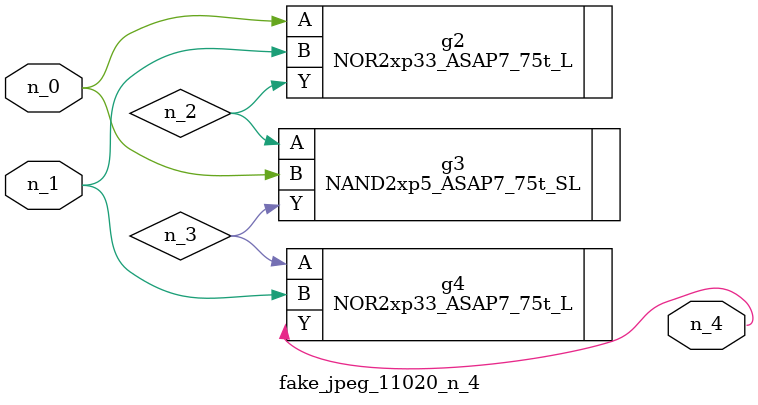
<source format=v>
module fake_jpeg_11020_n_4 (n_0, n_1, n_4);

input n_0;
input n_1;

output n_4;

wire n_2;
wire n_3;

NOR2xp33_ASAP7_75t_L g2 ( 
.A(n_0),
.B(n_1),
.Y(n_2)
);

NAND2xp5_ASAP7_75t_SL g3 ( 
.A(n_2),
.B(n_0),
.Y(n_3)
);

NOR2xp33_ASAP7_75t_L g4 ( 
.A(n_3),
.B(n_1),
.Y(n_4)
);


endmodule
</source>
